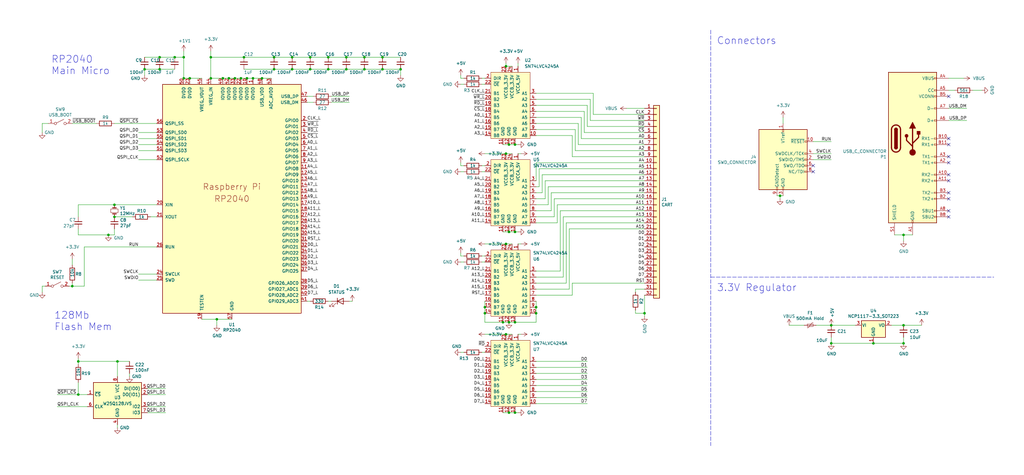
<source format=kicad_sch>
(kicad_sch (version 20211123) (generator eeschema)
  (paper "User" 431.8 200.381)
  (junction (at 138.43 24.13))
  (junction (at 350.52 144.78))
  (junction (at 130.81 29.21))
  (junction (at 99.06 33.02))
  (junction (at 161.29 24.13))
  (junction (at 217.17 173.99))
  (junction (at 77.47 33.02))
  (junction (at 146.05 24.13))
  (junction (at 213.36 102.87))
  (junction (at 91.44 134.62))
  (junction (at 33.02 166.37))
  (junction (at 368.3 144.78))
  (junction (at 67.31 24.13))
  (junction (at 48.26 91.44))
  (junction (at 30.48 120.65))
  (junction (at 204.47 129.54))
  (junction (at 217.17 60.96))
  (junction (at 217.17 97.79))
  (junction (at 48.26 86.36))
  (junction (at 212.09 135.89))
  (junction (at 123.19 29.21))
  (junction (at 153.67 29.21))
  (junction (at 271.78 132.08))
  (junction (at 153.67 24.13))
  (junction (at 67.31 29.21))
  (junction (at 49.53 152.4))
  (junction (at 104.14 33.02))
  (junction (at 213.36 64.77))
  (junction (at 93.98 33.02))
  (junction (at 214.63 173.99))
  (junction (at 88.9 24.13))
  (junction (at 138.43 29.21))
  (junction (at 214.63 97.79))
  (junction (at 213.36 27.94))
  (junction (at 146.05 29.21))
  (junction (at 110.49 33.02))
  (junction (at 106.68 33.02))
  (junction (at 350.52 137.16))
  (junction (at 77.47 24.13))
  (junction (at 73.66 24.13))
  (junction (at 328.93 82.55))
  (junction (at 213.36 140.97))
  (junction (at 214.63 135.89))
  (junction (at 115.57 29.21))
  (junction (at 88.9 33.02))
  (junction (at 60.96 29.21))
  (junction (at 96.52 33.02))
  (junction (at 217.17 135.89))
  (junction (at 168.91 29.21))
  (junction (at 123.19 24.13))
  (junction (at 381 137.16))
  (junction (at 130.81 24.13))
  (junction (at 115.57 24.13))
  (junction (at 226.06 132.08))
  (junction (at 102.87 24.13))
  (junction (at 381 99.06))
  (junction (at 161.29 29.21))
  (junction (at 204.47 132.08))
  (junction (at 80.01 33.02))
  (junction (at 214.63 60.96))
  (junction (at 381 144.78))
  (junction (at 101.6 33.02))
  (junction (at 45.72 99.06))
  (junction (at 226.06 129.54))
  (junction (at 33.02 152.4))
  (no_connect (at 400.05 91.44))
  (no_connect (at 400.05 66.04))
  (no_connect (at 400.05 81.28))
  (no_connect (at 342.9 72.39))
  (no_connect (at 400.05 73.66))
  (no_connect (at 400.05 76.2))
  (no_connect (at 342.9 69.85))
  (no_connect (at 400.05 68.58))
  (no_connect (at 400.05 83.82))
  (no_connect (at 400.05 58.42))
  (no_connect (at 400.05 60.96))
  (no_connect (at 400.05 40.64))
  (no_connect (at 400.05 88.9))
  (wire (pts (xy 226.06 152.4) (xy 247.65 152.4)))
  (wire (pts (xy 350.52 137.16) (xy 360.68 137.16)))
  (wire (pts (xy 234.95 86.36) (xy 234.95 93.98)))
  (polyline (pts (xy 299.72 116.84) (xy 419.1 116.84)))
  (wire (pts (xy 33.02 166.37) (xy 33.02 161.29)))
  (wire (pts (xy 35.56 120.65) (xy 35.56 104.14)))
  (wire (pts (xy 245.11 58.42) (xy 271.78 58.42)))
  (wire (pts (xy 212.09 135.89) (xy 214.63 135.89)))
  (wire (pts (xy 194.31 68.58) (xy 194.31 69.85)))
  (wire (pts (xy 62.23 171.45) (xy 69.85 171.45)))
  (wire (pts (xy 228.6 73.66) (xy 271.78 73.66)))
  (wire (pts (xy 204.47 127) (xy 204.47 129.54)))
  (wire (pts (xy 60.96 29.21) (xy 60.96 31.75)))
  (wire (pts (xy 218.44 64.77) (xy 219.71 64.77)))
  (wire (pts (xy 58.42 115.57) (xy 66.04 115.57)))
  (wire (pts (xy 204.47 132.08) (xy 204.47 135.89)))
  (wire (pts (xy 226.06 170.18) (xy 247.65 170.18)))
  (wire (pts (xy 233.68 83.82) (xy 233.68 91.44)))
  (wire (pts (xy 375.92 137.16) (xy 381 137.16)))
  (wire (pts (xy 226.06 54.61) (xy 242.57 54.61)))
  (wire (pts (xy 58.42 58.42) (xy 66.04 58.42)))
  (wire (pts (xy 381 137.16) (xy 388.62 137.16)))
  (wire (pts (xy 350.52 142.24) (xy 350.52 144.78)))
  (wire (pts (xy 233.68 91.44) (xy 226.06 91.44)))
  (wire (pts (xy 45.72 99.06) (xy 48.26 99.06)))
  (wire (pts (xy 194.31 72.39) (xy 195.58 72.39)))
  (wire (pts (xy 226.06 52.07) (xy 243.84 52.07)))
  (wire (pts (xy 232.41 81.28) (xy 271.78 81.28)))
  (wire (pts (xy 67.31 29.21) (xy 73.66 29.21)))
  (wire (pts (xy 228.6 81.28) (xy 226.06 81.28)))
  (wire (pts (xy 60.96 29.21) (xy 67.31 29.21)))
  (wire (pts (xy 350.52 59.69) (xy 342.9 59.69)))
  (wire (pts (xy 104.14 33.02) (xy 106.68 33.02)))
  (wire (pts (xy 328.93 82.55) (xy 328.93 83.82)))
  (wire (pts (xy 247.65 53.34) (xy 247.65 44.45)))
  (wire (pts (xy 91.44 134.62) (xy 85.09 134.62)))
  (wire (pts (xy 218.44 140.97) (xy 219.71 140.97)))
  (wire (pts (xy 410.21 38.1) (xy 414.02 38.1)))
  (wire (pts (xy 33.02 152.4) (xy 33.02 153.67)))
  (wire (pts (xy 240.03 96.52) (xy 240.03 121.92)))
  (wire (pts (xy 227.33 71.12) (xy 271.78 71.12)))
  (wire (pts (xy 204.47 140.97) (xy 213.36 140.97)))
  (wire (pts (xy 77.47 33.02) (xy 80.01 33.02)))
  (wire (pts (xy 236.22 114.3) (xy 226.06 114.3)))
  (wire (pts (xy 217.17 60.96) (xy 218.44 60.96)))
  (wire (pts (xy 146.05 29.21) (xy 153.67 29.21)))
  (wire (pts (xy 88.9 33.02) (xy 93.98 33.02)))
  (wire (pts (xy 214.63 135.89) (xy 217.17 135.89)))
  (wire (pts (xy 102.87 29.21) (xy 115.57 29.21)))
  (wire (pts (xy 213.36 140.97) (xy 215.9 140.97)))
  (wire (pts (xy 17.78 120.65) (xy 17.78 123.19)))
  (wire (pts (xy 33.02 99.06) (xy 45.72 99.06)))
  (wire (pts (xy 204.47 64.77) (xy 213.36 64.77)))
  (wire (pts (xy 88.9 24.13) (xy 88.9 21.59)))
  (wire (pts (xy 106.68 33.02) (xy 110.49 33.02)))
  (wire (pts (xy 237.49 91.44) (xy 237.49 116.84)))
  (wire (pts (xy 267.97 121.92) (xy 267.97 123.19)))
  (wire (pts (xy 203.2 107.95) (xy 204.47 107.95)))
  (wire (pts (xy 233.68 83.82) (xy 271.78 83.82)))
  (wire (pts (xy 226.06 132.08) (xy 226.06 135.89)))
  (wire (pts (xy 203.2 148.59) (xy 204.47 148.59)))
  (wire (pts (xy 130.81 29.21) (xy 138.43 29.21)))
  (wire (pts (xy 30.48 120.65) (xy 29.21 120.65)))
  (wire (pts (xy 102.87 24.13) (xy 88.9 24.13)))
  (wire (pts (xy 400.05 33.02) (xy 406.4 33.02)))
  (wire (pts (xy 63.5 91.44) (xy 66.04 91.44)))
  (wire (pts (xy 194.31 106.68) (xy 194.31 107.95)))
  (wire (pts (xy 241.3 124.46) (xy 226.06 124.46)))
  (wire (pts (xy 271.78 121.92) (xy 267.97 121.92)))
  (wire (pts (xy 93.98 33.02) (xy 96.52 33.02)))
  (wire (pts (xy 77.47 33.02) (xy 77.47 24.13)))
  (wire (pts (xy 194.31 107.95) (xy 195.58 107.95)))
  (wire (pts (xy 226.06 39.37) (xy 250.19 39.37)))
  (wire (pts (xy 250.19 48.26) (xy 271.78 48.26)))
  (wire (pts (xy 33.02 96.52) (xy 33.02 99.06)))
  (wire (pts (xy 231.14 86.36) (xy 226.06 86.36)))
  (wire (pts (xy 110.49 33.02) (xy 114.3 33.02)))
  (wire (pts (xy 33.02 166.37) (xy 24.13 166.37)))
  (wire (pts (xy 242.57 63.5) (xy 271.78 63.5)))
  (wire (pts (xy 129.54 40.64) (xy 132.08 40.64)))
  (wire (pts (xy 213.36 27.94) (xy 215.9 27.94)))
  (wire (pts (xy 342.9 64.77) (xy 350.52 64.77)))
  (wire (pts (xy 344.17 137.16) (xy 350.52 137.16)))
  (wire (pts (xy 194.31 31.75) (xy 194.31 33.02)))
  (wire (pts (xy 228.6 73.66) (xy 228.6 81.28)))
  (wire (pts (xy 246.38 55.88) (xy 246.38 46.99)))
  (wire (pts (xy 204.47 102.87) (xy 213.36 102.87)))
  (wire (pts (xy 80.01 33.02) (xy 85.09 33.02)))
  (wire (pts (xy 204.47 129.54) (xy 204.47 132.08)))
  (wire (pts (xy 226.06 162.56) (xy 247.65 162.56)))
  (wire (pts (xy 194.31 69.85) (xy 195.58 69.85)))
  (wire (pts (xy 381 99.06) (xy 381 101.6)))
  (wire (pts (xy 240.03 121.92) (xy 226.06 121.92)))
  (wire (pts (xy 17.78 52.07) (xy 17.78 55.88)))
  (wire (pts (xy 161.29 24.13) (xy 168.91 24.13)))
  (wire (pts (xy 88.9 24.13) (xy 88.9 33.02)))
  (wire (pts (xy 96.52 33.02) (xy 99.06 33.02)))
  (wire (pts (xy 381 142.24) (xy 381 144.78)))
  (wire (pts (xy 238.76 93.98) (xy 238.76 119.38)))
  (wire (pts (xy 99.06 33.02) (xy 101.6 33.02)))
  (wire (pts (xy 330.2 49.53) (xy 330.2 52.07)))
  (wire (pts (xy 130.81 24.13) (xy 138.43 24.13)))
  (wire (pts (xy 229.87 83.82) (xy 226.06 83.82)))
  (wire (pts (xy 58.42 60.96) (xy 66.04 60.96)))
  (wire (pts (xy 204.47 135.89) (xy 212.09 135.89)))
  (wire (pts (xy 102.87 24.13) (xy 115.57 24.13)))
  (wire (pts (xy 168.91 29.21) (xy 168.91 31.75)))
  (wire (pts (xy 214.63 173.99) (xy 217.17 173.99)))
  (wire (pts (xy 342.9 67.31) (xy 350.52 67.31)))
  (wire (pts (xy 62.23 163.83) (xy 69.85 163.83)))
  (wire (pts (xy 30.48 119.38) (xy 30.48 120.65)))
  (wire (pts (xy 161.29 29.21) (xy 168.91 29.21)))
  (wire (pts (xy 332.74 137.16) (xy 339.09 137.16)))
  (wire (pts (xy 226.06 41.91) (xy 248.92 41.91)))
  (wire (pts (xy 49.53 152.4) (xy 33.02 152.4)))
  (wire (pts (xy 203.2 35.56) (xy 204.47 35.56)))
  (wire (pts (xy 67.31 24.13) (xy 73.66 24.13)))
  (wire (pts (xy 246.38 55.88) (xy 271.78 55.88)))
  (wire (pts (xy 138.43 24.13) (xy 146.05 24.13)))
  (wire (pts (xy 250.19 48.26) (xy 250.19 39.37)))
  (wire (pts (xy 139.7 40.64) (xy 147.32 40.64)))
  (wire (pts (xy 203.2 110.49) (xy 204.47 110.49)))
  (wire (pts (xy 241.3 119.38) (xy 271.78 119.38)))
  (wire (pts (xy 115.57 29.21) (xy 123.19 29.21)))
  (wire (pts (xy 30.48 120.65) (xy 35.56 120.65)))
  (wire (pts (xy 54.61 157.48) (xy 54.61 158.75)))
  (wire (pts (xy 62.23 173.99) (xy 69.85 173.99)))
  (wire (pts (xy 123.19 24.13) (xy 130.81 24.13)))
  (wire (pts (xy 226.06 129.54) (xy 226.06 132.08)))
  (wire (pts (xy 217.17 135.89) (xy 226.06 135.89)))
  (wire (pts (xy 231.14 78.74) (xy 271.78 78.74)))
  (wire (pts (xy 241.3 66.04) (xy 241.3 57.15)))
  (wire (pts (xy 226.06 68.58) (xy 226.06 76.2)))
  (wire (pts (xy 194.31 110.49) (xy 195.58 110.49)))
  (wire (pts (xy 236.22 88.9) (xy 236.22 114.3)))
  (wire (pts (xy 101.6 33.02) (xy 104.14 33.02)))
  (wire (pts (xy 240.03 96.52) (xy 271.78 96.52)))
  (wire (pts (xy 146.05 24.13) (xy 153.67 24.13)))
  (wire (pts (xy 203.2 33.02) (xy 204.47 33.02)))
  (wire (pts (xy 327.66 82.55) (xy 328.93 82.55)))
  (wire (pts (xy 30.48 52.07) (xy 40.64 52.07)))
  (wire (pts (xy 248.92 50.8) (xy 271.78 50.8)))
  (wire (pts (xy 194.31 33.02) (xy 195.58 33.02)))
  (wire (pts (xy 271.78 132.08) (xy 271.78 133.35)))
  (wire (pts (xy 20.32 52.07) (xy 17.78 52.07)))
  (wire (pts (xy 227.33 71.12) (xy 227.33 78.74)))
  (wire (pts (xy 77.47 24.13) (xy 73.66 24.13)))
  (wire (pts (xy 232.41 88.9) (xy 226.06 88.9)))
  (wire (pts (xy 248.92 50.8) (xy 248.92 41.91)))
  (wire (pts (xy 97.79 134.62) (xy 91.44 134.62)))
  (wire (pts (xy 242.57 63.5) (xy 242.57 54.61)))
  (wire (pts (xy 229.87 76.2) (xy 229.87 83.82)))
  (wire (pts (xy 227.33 78.74) (xy 226.06 78.74)))
  (wire (pts (xy 58.42 118.11) (xy 66.04 118.11)))
  (wire (pts (xy 218.44 102.87) (xy 219.71 102.87)))
  (wire (pts (xy 212.09 60.96) (xy 214.63 60.96)))
  (wire (pts (xy 217.17 97.79) (xy 218.44 97.79)))
  (wire (pts (xy 226.06 46.99) (xy 246.38 46.99)))
  (wire (pts (xy 226.06 165.1) (xy 247.65 165.1)))
  (wire (pts (xy 123.19 29.21) (xy 130.81 29.21)))
  (wire (pts (xy 214.63 60.96) (xy 217.17 60.96)))
  (wire (pts (xy 115.57 24.13) (xy 123.19 24.13)))
  (wire (pts (xy 194.31 148.59) (xy 195.58 148.59)))
  (wire (pts (xy 407.67 45.72) (xy 400.05 45.72)))
  (wire (pts (xy 30.48 109.22) (xy 30.48 111.76)))
  (wire (pts (xy 237.49 91.44) (xy 271.78 91.44)))
  (wire (pts (xy 48.26 99.06) (xy 48.26 96.52)))
  (wire (pts (xy 247.65 53.34) (xy 271.78 53.34)))
  (wire (pts (xy 48.26 91.44) (xy 55.88 91.44)))
  (wire (pts (xy 234.95 93.98) (xy 226.06 93.98)))
  (wire (pts (xy 226.06 68.58) (xy 271.78 68.58)))
  (wire (pts (xy 66.04 86.36) (xy 48.26 86.36)))
  (wire (pts (xy 226.06 160.02) (xy 247.65 160.02)))
  (wire (pts (xy 229.87 76.2) (xy 271.78 76.2)))
  (wire (pts (xy 267.97 132.08) (xy 271.78 132.08)))
  (wire (pts (xy 217.17 173.99) (xy 218.44 173.99)))
  (wire (pts (xy 264.16 45.72) (xy 271.78 45.72)))
  (wire (pts (xy 49.53 152.4) (xy 54.61 152.4)))
  (wire (pts (xy 58.42 55.88) (xy 66.04 55.88)))
  (wire (pts (xy 226.06 57.15) (xy 241.3 57.15)))
  (wire (pts (xy 203.2 69.85) (xy 204.47 69.85)))
  (wire (pts (xy 231.14 78.74) (xy 231.14 86.36)))
  (wire (pts (xy 213.36 102.87) (xy 215.9 102.87)))
  (wire (pts (xy 241.3 66.04) (xy 271.78 66.04)))
  (wire (pts (xy 212.09 173.99) (xy 214.63 173.99)))
  (wire (pts (xy 66.04 104.14) (xy 35.56 104.14)))
  (wire (pts (xy 203.2 72.39) (xy 204.47 72.39)))
  (wire (pts (xy 243.84 60.96) (xy 271.78 60.96)))
  (wire (pts (xy 241.3 119.38) (xy 241.3 124.46)))
  (wire (pts (xy 245.11 58.42) (xy 245.11 49.53)))
  (wire (pts (xy 33.02 86.36) (xy 48.26 86.36)))
  (wire (pts (xy 212.09 97.79) (xy 214.63 97.79)))
  (wire (pts (xy 213.36 26.67) (xy 213.36 27.94)))
  (wire (pts (xy 236.22 88.9) (xy 271.78 88.9)))
  (wire (pts (xy 226.06 44.45) (xy 247.65 44.45)))
  (wire (pts (xy 33.02 86.36) (xy 33.02 91.44)))
  (wire (pts (xy 271.78 124.46) (xy 271.78 132.08)))
  (wire (pts (xy 226.06 154.94) (xy 247.65 154.94)))
  (wire (pts (xy 138.43 127) (xy 139.7 127)))
  (wire (pts (xy 247.65 167.64) (xy 226.06 167.64)))
  (wire (pts (xy 214.63 97.79) (xy 217.17 97.79)))
  (wire (pts (xy 58.42 63.5) (xy 66.04 63.5)))
  (wire (pts (xy 232.41 81.28) (xy 232.41 88.9)))
  (wire (pts (xy 147.32 127) (xy 148.59 127)))
  (wire (pts (xy 267.97 130.81) (xy 267.97 132.08)))
  (polyline (pts (xy 299.72 12.7) (xy 299.72 187.96)))
  (wire (pts (xy 226.06 49.53) (xy 245.11 49.53)))
  (wire (pts (xy 234.95 86.36) (xy 271.78 86.36)))
  (wire (pts (xy 153.67 29.21) (xy 161.29 29.21)))
  (wire (pts (xy 139.7 43.18) (xy 147.32 43.18)))
  (wire (pts (xy 384.81 99.06) (xy 381 99.06)))
  (wire (pts (xy 19.05 120.65) (xy 17.78 120.65)))
  (wire (pts (xy 62.23 166.37) (xy 69.85 166.37)))
  (wire (pts (xy 213.36 64.77) (xy 215.9 64.77)))
  (wire (pts (xy 48.26 52.07) (xy 66.04 52.07)))
  (wire (pts (xy 138.43 29.21) (xy 146.05 29.21)))
  (wire (pts (xy 49.53 152.4) (xy 49.53 158.75)))
  (wire (pts (xy 237.49 116.84) (xy 226.06 116.84)))
  (wire (pts (xy 218.44 26.67) (xy 218.44 27.94)))
  (wire (pts (xy 226.06 157.48) (xy 247.65 157.48)))
  (wire (pts (xy 60.96 24.13) (xy 67.31 24.13)))
  (wire (pts (xy 402.59 38.1) (xy 400.05 38.1)))
  (wire (pts (xy 368.3 144.78) (xy 350.52 144.78)))
  (wire (pts (xy 381 99.06) (xy 377.19 99.06)))
  (wire (pts (xy 238.76 119.38) (xy 226.06 119.38)))
  (wire (pts (xy 153.67 24.13) (xy 161.29 24.13)))
  (wire (pts (xy 91.44 137.16) (xy 91.44 134.62)))
  (wire (pts (xy 33.02 166.37) (xy 36.83 166.37)))
  (wire (pts (xy 129.54 43.18) (xy 132.08 43.18)))
  (wire (pts (xy 49.53 179.07) (xy 49.53 180.34)))
  (wire (pts (xy 226.06 127) (xy 226.06 129.54)))
  (wire (pts (xy 238.76 93.98) (xy 271.78 93.98)))
  (wire (pts (xy 58.42 67.31) (xy 66.04 67.31)))
  (wire (pts (xy 194.31 35.56) (xy 195.58 35.56)))
  (wire (pts (xy 243.84 60.96) (xy 243.84 52.07)))
  (wire (pts (xy 33.02 151.13) (xy 33.02 152.4)))
  (wire (pts (xy 129.54 127) (xy 130.81 127)))
  (wire (pts (xy 24.13 171.45) (xy 36.83 171.45)))
  (wire (pts (xy 77.47 21.59) (xy 77.47 24.13)))
  (wire (pts (xy 330.2 82.55) (xy 328.93 82.55)))
  (wire (pts (xy 407.67 50.8) (xy 400.05 50.8)))
  (wire (pts (xy 368.3 144.78) (xy 381 144.78)))
  (text "Connectors" (at 302.26 19.05 0) (effects (font (size 2.9972 2.9972)) (justify left bottom)))
  (text "3.3V Regulator" (at 302.26 123.19 0) (effects (font (size 2.9972 2.9972)) (justify left bottom)))
  (text "RP2040\nMain Micro" (at 21.59 31.75 0) (effects (font (size 2.9972 2.9972)) (justify left bottom)))
  (text "128Mb\nFlash Mem" (at 22.86 139.7 0) (effects (font (size 2.9972 2.9972)) (justify left bottom)))
  (label "D0" (at 271.78 99.06 180))
  (label "A5_L" (at 129.54 73.66 0))
  (label "A7" (at 271.78 76.2 180))
  (label "D7" (at 271.78 116.84 180))
  (label "QSPI_CLK" (at 58.42 67.31 180))
  (label "~{QSPI_CS}" (at 58.42 52.07 180))
  (label "D5_L" (at 129.54 119.38 0))
  (label "D0_L" (at 129.54 104.14 0))
  (label "CLK" (at 271.78 48.26 180))
  (label "~{WR}" (at 271.78 50.8 180))
  (label "A4" (at 271.78 68.58 180))
  (label "D5" (at 271.78 111.76 180))
  (label "USB_DP" (at 407.67 50.8 180))
  (label "QSPI_D2" (at 69.85 171.45 180))
  (label "A3_L" (at 204.47 57.15 180))
  (label "USB_DP" (at 147.32 40.64 180))
  (label "D1" (at 247.65 154.94 180))
  (label "A14_L" (at 129.54 96.52 0))
  (label "A10_L" (at 129.54 86.36 0))
  (label "RST" (at 271.78 119.38 180))
  (label "A14_L" (at 204.47 119.38 180))
  (label "A9_L" (at 204.47 88.9 180))
  (label "D0" (at 247.65 152.4 180))
  (label "QSPI_D1" (at 69.85 166.37 180))
  (label "A5" (at 271.78 71.12 180))
  (label "~{CS}" (at 271.78 55.88 180))
  (label "CLK_L" (at 129.54 50.8 0))
  (label "D3" (at 271.78 106.68 180))
  (label "~{RD}" (at 204.47 146.05 180))
  (label "RST_L" (at 129.54 101.6 0))
  (label "D6_L" (at 204.47 167.64 180))
  (label "A12_L" (at 129.54 91.44 0))
  (label "A9" (at 271.78 81.28 180))
  (label "D3_L" (at 129.54 111.76 0))
  (label "A0_L" (at 204.47 49.53 180))
  (label "D2" (at 271.78 104.14 180))
  (label "RUN" (at 58.42 104.14 180))
  (label "A0_L" (at 129.54 60.96 0))
  (label "QSPI_D3" (at 69.85 173.99 180))
  (label "A11_L" (at 129.54 88.9 0))
  (label "A7_L" (at 129.54 78.74 0))
  (label "A1" (at 271.78 60.96 180))
  (label "D4_L" (at 129.54 114.3 0))
  (label "USB_DM" (at 147.32 43.18 180))
  (label "A2_L" (at 204.47 54.61 180))
  (label "D4_L" (at 204.47 162.56 180))
  (label "A1_L" (at 129.54 63.5 0))
  (label "A8" (at 271.78 78.74 180))
  (label "D4" (at 271.78 109.22 180))
  (label "~{WR_L}" (at 129.54 53.34 0))
  (label "~{CS_L}" (at 204.47 46.99 180))
  (label "A12" (at 271.78 88.9 180))
  (label "~{WR_L}" (at 204.47 41.91 180))
  (label "A8_L" (at 204.47 86.36 180))
  (label "RST_L" (at 204.47 124.46 180))
  (label "D7_L" (at 204.47 170.18 180))
  (label "CLK_L" (at 204.47 39.37 180))
  (label "A6" (at 271.78 73.66 180))
  (label "A13" (at 271.78 91.44 180))
  (label "A2" (at 271.78 63.5 180))
  (label "SWCLK" (at 58.42 115.57 180))
  (label "QSPI_D0" (at 58.42 55.88 180))
  (label "D5_L" (at 204.47 165.1 180))
  (label "~{CS_L}" (at 129.54 58.42 0))
  (label "A2_L" (at 129.54 66.04 0))
  (label "SWDIO" (at 350.52 67.31 180))
  (label "A15" (at 271.78 96.52 180))
  (label "A3_L" (at 129.54 68.58 0))
  (label "D1" (at 271.78 101.6 180))
  (label "A3" (at 271.78 66.04 180))
  (label "~{USB_BOOT}" (at 30.48 52.07 0))
  (label "A9_L" (at 129.54 83.82 0))
  (label "QSPI_D2" (at 58.42 60.96 180))
  (label "QSPI_CLK" (at 24.13 171.45 0))
  (label "D7" (at 247.65 170.18 180))
  (label "~{RD_L}" (at 204.47 44.45 180))
  (label "SWCLK" (at 350.52 64.77 180))
  (label "A4_L" (at 129.54 71.12 0))
  (label "A1_L" (at 204.47 52.07 180))
  (label "QSPI_D1" (at 58.42 58.42 180))
  (label "A11" (at 271.78 86.36 180))
  (label "D3_L" (at 204.47 160.02 180))
  (label "D4" (at 247.65 162.56 180))
  (label "A6_L" (at 129.54 76.2 0))
  (label "A5_L" (at 204.47 78.74 180))
  (label "A12_L" (at 204.47 114.3 180))
  (label "A4_L" (at 204.47 76.2 180))
  (label "D0_L" (at 204.47 152.4 180))
  (label "A6_L" (at 204.47 81.28 180))
  (label "D2" (at 247.65 157.48 180))
  (label "D2_L" (at 129.54 109.22 0))
  (label "A8_L" (at 129.54 81.28 0))
  (label "D3" (at 247.65 160.02 180))
  (label "D5" (at 247.65 165.1 180))
  (label "A14" (at 271.78 93.98 180))
  (label "D6" (at 271.78 114.3 180))
  (label "A15_L" (at 204.47 121.92 180))
  (label "D6_L" (at 129.54 121.92 0))
  (label "A7_L" (at 204.47 83.82 180))
  (label "A11_L" (at 204.47 93.98 180))
  (label "RUN" (at 350.52 59.69 180))
  (label "D7_L" (at 129.54 124.46 0))
  (label "SWDIO" (at 58.42 118.11 180))
  (label "QSPI_D3" (at 58.42 63.5 180))
  (label "~{RD}" (at 271.78 53.34 180))
  (label "A13_L" (at 129.54 93.98 0))
  (label "D1_L" (at 204.47 154.94 180))
  (label "A13_L" (at 204.47 116.84 180))
  (label "D2_L" (at 204.47 157.48 180))
  (label "~{RD_L}" (at 129.54 55.88 0))
  (label "D6" (at 247.65 167.64 180))
  (label "QSPI_D0" (at 69.85 163.83 180))
  (label "A10" (at 271.78 83.82 180))
  (label "A10_L" (at 204.47 91.44 180))
  (label "A0" (at 271.78 58.42 180))
  (label "D1_L" (at 129.54 106.68 0))
  (label "~{QSPI_CS}" (at 24.13 166.37 0))
  (label "USB_DM" (at 407.67 45.72 180))
  (label "A15_L" (at 129.54 99.06 0))
  (symbol (lib_id "Memory_Flash:W25Q128JVS") (at 49.53 168.91 0) (unit 1)
    (property "Reference" "U3" (at 49.53 167.64 0))
    (property "Value" "W25Q128JVS" (at 49.53 170.18 0))
    (property "Footprint" "Package_SO:SOIC-8_5.23x5.23mm_P1.27mm" (effects hide))
    (property "Datasheet" "http://www.winbond.com/resource-files/w25q128jv_dtr%20revc%2003272018%20plus.pdf" (effects hide))
  )
  (symbol (lib_id "Device:R") (at 33.02 157.48 0) (unit 1)
    (property "Reference" "R19" (at 34.29 157.48 0) (effects (justify left)))
    (property "Value" "10k" (at 33.02 158.75 90) (effects (justify left)))
    (property "Footprint" "Resistor_SMD:R_0402_1005Metric_Pad0.72x0.64mm_HandSolder" (effects hide))
  )
  (symbol (lib_id "Device:R") (at 44.45 52.07 270) (unit 1)
    (property "Reference" "R9" (at 44.45 49.53 90))
    (property "Value" "1k" (at 44.45 52.07 90))
    (property "Footprint" "Resistor_SMD:R_0402_1005Metric_Pad0.72x0.64mm_HandSolder" (effects hide))
  )
  (symbol (lib_id "Device:C_Small") (at 54.61 154.94 0) (unit 1)
    (property "Reference" "C22" (at 56.9468 153.7716 0) (effects (justify left)))
    (property "Value" "100nF" (at 56.9468 156.083 0) (effects (justify left)))
    (property "Footprint" "Capacitor_SMD:C_0402_1005Metric_Pad0.74x0.62mm_HandSolder" (effects hide))
  )
  (symbol (lib_id "power:GND") (at 54.61 158.75 0) (unit 1)
    (property "Reference" "#PWR0104" (effects hide))
    (property "Value" "GND" (at 59.69 158.75 0) (effects (justify right)))
  )
  (symbol (lib_id "power:GND") (at 49.53 180.34 0) (unit 1)
    (property "Reference" "#PWR0105" (effects hide))
    (property "Value" "GND" (at 54.61 180.34 0) (effects (justify right)))
  )
  (symbol (lib_id "power:GND") (at 17.78 55.88 0) (unit 1)
    (property "Reference" "#PWR0106" (effects hide))
    (property "Value" "GND" (at 22.86 55.88 0) (effects (justify right)))
  )
  (symbol (lib_id "Regulator_Linear:NCP1117-3.3_SOT223") (at 368.3 137.16 0) (unit 1)
    (property "Reference" "U4" (at 368.3 131.0132 0))
    (property "Value" "NCP1117-3.3_SOT223" (at 368.3 133.3246 0))
    (property "Footprint" "Package_TO_SOT_SMD:SOT-223-3_TabPin2" (effects hide))
    (property "Datasheet" "http://www.onsemi.com/pub_link/Collateral/NCP1117-D.PDF" (effects hide))
  )
  (symbol (lib_id "Device:C_Small") (at 350.52 139.7 0) (unit 1)
    (property "Reference" "C21" (at 353.06 139.7 0) (effects (justify left)))
    (property "Value" "10uF" (at 344.17 143.51 0) (effects (justify left)))
    (property "Footprint" "Capacitor_SMD:C_1206_3216Metric_Pad1.33x1.80mm_HandSolder" (effects hide))
  )
  (symbol (lib_id "power:GND") (at 350.52 144.78 0) (unit 1)
    (property "Reference" "#PWR0145" (effects hide))
    (property "Value" "GND" (at 350.647 149.1742 0))
  )
  (symbol (lib_id "Device:C_Small") (at 381 139.7 0) (unit 1)
    (property "Reference" "C23" (at 383.54 139.7 0) (effects (justify left)))
    (property "Value" "10uF" (at 383.54 142.24 0) (effects (justify left)))
    (property "Footprint" "Capacitor_SMD:C_1206_3216Metric_Pad1.33x1.80mm_HandSolder" (effects hide))
  )
  (symbol (lib_id "power:GND") (at 381 144.78 0) (unit 1)
    (property "Reference" "#PWR0146" (effects hide))
    (property "Value" "GND" (at 381.127 149.1742 0))
  )
  (symbol (lib_id "Device:Crystal_Small") (at 48.26 88.9 90) (unit 1)
    (property "Reference" "Y1" (at 50.4952 87.7316 90) (effects (justify right)))
    (property "Value" "12MHz" (at 50.4952 90.043 90) (effects (justify right)))
    (property "Footprint" "Crystal:Crystal_HC52-8mm_Vertical" (effects hide))
  )
  (symbol (lib_id "Device:Polyfuse_Small") (at 341.63 137.16 270) (unit 1)
    (property "Reference" "F1" (at 341.63 131.953 90))
    (property "Value" "500mA Hold" (at 341.63 134.2644 90))
    (property "Footprint" "Fuse:Fuse_1206_3216Metric_Pad1.42x1.75mm_HandSolder" (effects hide))
  )
  (symbol (lib_id "Device:R") (at 59.69 91.44 90) (unit 1)
    (property "Reference" "R10" (at 59.69 88.9 90))
    (property "Value" "1k" (at 59.69 91.44 90))
    (property "Footprint" "Resistor_SMD:R_0402_1005Metric_Pad0.72x0.64mm_HandSolder" (effects hide))
  )
  (symbol (lib_id "Device:C_Small") (at 48.26 93.98 0) (unit 1)
    (property "Reference" "C8" (at 50.5968 92.8116 0) (effects (justify left)))
    (property "Value" "27pF" (at 50.5968 95.123 0) (effects (justify left)))
    (property "Footprint" "Capacitor_SMD:C_0402_1005Metric_Pad0.74x0.62mm_HandSolder" (effects hide))
  )
  (symbol (lib_id "Device:C_Small") (at 33.02 93.98 0) (unit 1)
    (property "Reference" "C7" (at 29.21 92.71 0) (effects (justify left)))
    (property "Value" "27pF" (at 26.67 95.25 0) (effects (justify left)))
    (property "Footprint" "Capacitor_SMD:C_0402_1005Metric_Pad0.74x0.62mm_HandSolder" (effects hide))
  )
  (symbol (lib_id "power:GND") (at 45.72 99.06 0) (unit 1)
    (property "Reference" "#PWR0107" (effects hide))
    (property "Value" "GND" (at 52.07 100.33 0) (effects (justify right)))
  )
  (symbol (lib_id "Device:R") (at 135.89 40.64 270) (unit 1)
    (property "Reference" "R11" (at 135.89 38.1 90))
    (property "Value" "27" (at 135.89 40.64 90))
    (property "Footprint" "Resistor_SMD:R_0603_1608Metric_Pad0.98x0.95mm_HandSolder" (effects hide))
  )
  (symbol (lib_id "Device:R") (at 135.89 43.18 270) (unit 1)
    (property "Reference" "R12" (at 135.89 45.72 90))
    (property "Value" "27" (at 135.89 43.18 90))
    (property "Footprint" "Resistor_SMD:R_0603_1608Metric_Pad0.98x0.95mm_HandSolder" (effects hide))
  )
  (symbol (lib_id "Connector:Conn_ARM_JTAG_SWD_10") (at 330.2 67.31 0) (unit 1)
    (property "Reference" "J4" (at 318.9478 66.1416 0) (effects (justify right)))
    (property "Value" "SWD_CONNECTOR" (at 318.9478 68.453 0) (effects (justify right)))
    (property "Footprint" "Connector_PinHeader_1.27mm:PinHeader_2x05_P1.27mm_Vertical_SMD" (effects hide))
    (property "Datasheet" "http://infocenter.arm.com/help/topic/com.arm.doc.ddi0314h/DDI0314H_coresight_components_trm.pdf" (effects hide))
  )
  (symbol (lib_id "power:GND") (at 328.93 83.82 0) (unit 1)
    (property "Reference" "#PWR0109" (effects hide))
    (property "Value" "GND" (at 335.28 85.09 0) (effects (justify right)))
  )
  (symbol (lib_id "Switch:SW_SPST") (at 25.4 52.07 0) (unit 1)
    (property "Reference" "SW9" (at 25.4 46.101 0))
    (property "Value" "USB_BOOT" (at 25.4 48.4124 0))
    (property "Footprint" "Button_Switch_SMD:SW_SPST_EVPBF" (effects hide))
  )
  (symbol (lib_id "power:GND") (at 17.78 123.19 0) (unit 1)
    (property "Reference" "#PWR0112" (effects hide))
    (property "Value" "GND" (at 16.51 124.46 0) (effects (justify right)))
  )
  (symbol (lib_id "Switch:SW_SPST") (at 24.13 120.65 0) (unit 1)
    (property "Reference" "SW7" (at 24.13 114.681 0))
    (property "Value" "RESET" (at 24.13 116.9924 0))
    (property "Footprint" "Button_Switch_SMD:SW_SPST_EVPBF" (effects hide))
  )
  (symbol (lib_id "Device:R") (at 30.48 115.57 0) (unit 1)
    (property "Reference" "R8" (at 31.75 115.57 0) (effects (justify left)))
    (property "Value" "10k" (at 30.48 116.84 90) (effects (justify left)))
    (property "Footprint" "Resistor_SMD:R_0402_1005Metric_Pad0.72x0.64mm_HandSolder" (effects hide))
  )
  (symbol (lib_id "power:GND") (at 91.44 137.16 0) (unit 1)
    (property "Reference" "#PWR0114" (effects hide))
    (property "Value" "GND" (at 91.567 141.5542 0))
  )
  (symbol (lib_id "Device:C_Small") (at 115.57 26.67 0) (unit 1)
    (property "Reference" "C13" (at 114.3 22.86 0) (effects (justify left)))
    (property "Value" "100nF" (at 109.22 30.48 0) (effects (justify left)))
    (property "Footprint" "Capacitor_SMD:C_0402_1005Metric_Pad0.74x0.62mm_HandSolder" (effects hide))
  )
  (symbol (lib_id "Device:C_Small") (at 123.19 26.67 0) (unit 1)
    (property "Reference" "C14" (at 121.92 22.86 0) (effects (justify left)))
    (property "Value" "100nF" (at 116.84 30.48 0) (effects (justify left)))
    (property "Footprint" "Capacitor_SMD:C_0402_1005Metric_Pad0.74x0.62mm_HandSolder" (effects hide))
  )
  (symbol (lib_id "Device:C_Small") (at 130.81 26.67 0) (unit 1)
    (property "Reference" "C15" (at 129.54 22.86 0) (effects (justify left)))
    (property "Value" "100nF" (at 124.46 30.48 0) (effects (justify left)))
    (property "Footprint" "Capacitor_SMD:C_0402_1005Metric_Pad0.74x0.62mm_HandSolder" (effects hide))
  )
  (symbol (lib_id "Device:C_Small") (at 138.43 26.67 0) (unit 1)
    (property "Reference" "C16" (at 137.16 22.86 0) (effects (justify left)))
    (property "Value" "100nF" (at 132.08 30.48 0) (effects (justify left)))
    (property "Footprint" "Capacitor_SMD:C_0402_1005Metric_Pad0.74x0.62mm_HandSolder" (effects hide))
  )
  (symbol (lib_id "Device:C_Small") (at 146.05 26.67 0) (unit 1)
    (property "Reference" "C17" (at 144.78 22.86 0) (effects (justify left)))
    (property "Value" "100nF" (at 139.7 30.48 0) (effects (justify left)))
    (property "Footprint" "Capacitor_SMD:C_0402_1005Metric_Pad0.74x0.62mm_HandSolder" (effects hide))
  )
  (symbol (lib_id "Device:C_Small") (at 153.67 26.67 0) (unit 1)
    (property "Reference" "C18" (at 152.4 22.86 0) (effects (justify left)))
    (property "Value" "100nF" (at 147.32 30.48 0) (effects (justify left)))
    (property "Footprint" "Capacitor_SMD:C_0402_1005Metric_Pad0.74x0.62mm_HandSolder" (effects hide))
  )
  (symbol (lib_id "Device:C_Small") (at 102.87 26.67 0) (unit 1)
    (property "Reference" "C12" (at 102.87 22.86 0) (effects (justify left)))
    (property "Value" "1uF" (at 102.87 30.48 0) (effects (justify left)))
    (property "Footprint" "Capacitor_SMD:C_0805_2012Metric_Pad1.18x1.45mm_HandSolder" (effects hide))
  )
  (symbol (lib_id "power:GND") (at 60.96 31.75 0) (unit 1)
    (property "Reference" "#PWR0119" (effects hide))
    (property "Value" "GND" (at 57.15 33.02 0))
  )
  (symbol (lib_id "gbpunk:RP2040") (at 97.79 83.82 0) (unit 1)
    (property "Reference" "U1" (at 97.79 136.8806 0))
    (property "Value" "RP2040" (at 97.79 139.192 0))
    (property "Footprint" "gbpunk:RP2040-QFN-56" (effects hide))
  )
  (symbol (lib_id "Device:C_Small") (at 60.96 26.67 0) (unit 1)
    (property "Reference" "C9" (at 57.15 25.4 0) (effects (justify left)))
    (property "Value" "100nF" (at 54.61 30.48 0) (effects (justify left)))
    (property "Footprint" "Capacitor_SMD:C_0402_1005Metric_Pad0.74x0.62mm_HandSolder" (effects hide))
  )
  (symbol (lib_id "Device:C_Small") (at 67.31 26.67 0) (unit 1)
    (property "Reference" "C10" (at 63.5 25.4 0) (effects (justify left)))
    (property "Value" "100nF" (at 62.23 30.48 0) (effects (justify left)))
    (property "Footprint" "Capacitor_SMD:C_0402_1005Metric_Pad0.74x0.62mm_HandSolder" (effects hide))
  )
  (symbol (lib_id "Device:C_Small") (at 73.66 26.67 0) (unit 1)
    (property "Reference" "C11" (at 69.85 25.4 0) (effects (justify left)))
    (property "Value" "1uF" (at 69.85 30.48 0) (effects (justify left)))
    (property "Footprint" "Capacitor_SMD:C_0805_2012Metric_Pad1.18x1.45mm_HandSolder" (effects hide))
  )
  (symbol (lib_id "Connector_Generic:Conn_01x32") (at 276.86 83.82 0) (unit 1)
    (property "Reference" "J1" (at 278.892 84.0232 0) (effects (justify left)))
    (property "Value" "CART" (at 278.892 86.3346 0) (effects (justify left)))
    (property "Footprint" "gbpunk:GameBoy_Cartridge_1x32_P1.50mm_Edge" (effects hide))
  )
  (symbol (lib_id "power:GND") (at 271.78 133.35 0) (unit 1)
    (property "Reference" "#PWR0102" (effects hide))
    (property "Value" "GND" (at 271.907 136.6012 90) (effects (justify right)))
  )
  (symbol (lib_id "power:+5V") (at 350.52 137.16 0) (unit 1)
    (property "Reference" "#PWR0148" (effects hide))
    (property "Value" "+5V" (at 350.901 133.9088 90) (effects (justify left)))
  )
  (symbol (lib_id "Device:R") (at 267.97 127 180) (unit 1)
    (property "Reference" "R2" (at 270.51 127 90))
    (property "Value" "1k" (at 267.97 127 90))
    (property "Footprint" "Resistor_SMD:R_0603_1608Metric_Pad0.98x0.95mm_HandSolder" (effects hide))
  )
  (symbol (lib_id "Connector:USB_C_Plug") (at 384.81 58.42 0) (unit 1)
    (property "Reference" "P1" (at 373.888 66.1162 0) (effects (justify right)))
    (property "Value" "USB_C_CONNECTOR" (at 373.888 63.8048 0) (effects (justify right)))
    (property "Footprint" "Connector_USB:USB_C_Receptacle_HRO_TYPE-C-31-M-12" (effects hide))
    (property "Datasheet" "https://www.usb.org/sites/default/files/documents/usb_type-c.zip" (effects hide))
  )
  (symbol (lib_id "power:GND") (at 381 101.6 0) (unit 1)
    (property "Reference" "#PWR0136" (effects hide))
    (property "Value" "GND" (at 381.127 105.9942 0))
  )
  (symbol (lib_id "Device:R") (at 406.4 38.1 90) (unit 1)
    (property "Reference" "R18" (at 406.4 40.64 90))
    (property "Value" "56k" (at 406.4 38.1 90))
    (property "Footprint" "Resistor_SMD:R_0402_1005Metric_Pad0.72x0.64mm_HandSolder" (effects hide))
  )
  (symbol (lib_id "power:GND") (at 414.02 38.1 90) (unit 1)
    (property "Reference" "#PWR0137" (effects hide))
    (property "Value" "GND" (at 418.4142 37.973 0))
  )
  (symbol (lib_id "Device:C_Small") (at 161.29 26.67 0) (unit 1)
    (property "Reference" "C19" (at 160.02 22.86 0) (effects (justify left)))
    (property "Value" "100nF" (at 154.94 30.48 0) (effects (justify left)))
    (property "Footprint" "Capacitor_SMD:C_0402_1005Metric_Pad0.74x0.62mm_HandSolder" (effects hide))
  )
  (symbol (lib_id "Device:C_Small") (at 168.91 26.67 0) (unit 1)
    (property "Reference" "C20" (at 167.64 22.86 0) (effects (justify left)))
    (property "Value" "100nF" (at 162.56 30.48 0) (effects (justify left)))
    (property "Footprint" "Capacitor_SMD:C_0402_1005Metric_Pad0.74x0.62mm_HandSolder" (effects hide))
  )
  (symbol (lib_id "power:+1V1") (at 77.47 21.59 0) (unit 1)
    (property "Reference" "#PWR0141" (effects hide))
    (property "Value" "+1V1" (at 77.851 17.1958 0))
  )
  (symbol (lib_id "power:GND") (at 168.91 31.75 0) (unit 1)
    (property "Reference" "#PWR0142" (effects hide))
    (property "Value" "GND" (at 169.037 36.1442 0))
  )
  (symbol (lib_id "Device:R") (at 199.39 72.39 270) (unit 1)
    (property "Reference" "R5" (at 198.12 74.93 90))
    (property "Value" "1k" (at 199.39 72.39 90))
    (property "Footprint" "Resistor_SMD:R_0603_1608Metric_Pad0.98x0.95mm_HandSolder" (effects hide))
  )
  (symbol (lib_id "power:+3.3V") (at 88.9 21.59 0) (unit 1)
    (property "Reference" "#PWR0138" (effects hide))
    (property "Value" "+3.3V" (at 88.9 16.51 0))
  )
  (symbol (lib_id "power:+3.3V") (at 204.47 102.87 90) (unit 1)
    (property "Reference" "#PWR0130" (effects hide))
    (property "Value" "+3.3V" (at 205.74 102.8699 90) (effects (justify right)))
  )
  (symbol (lib_id "power:+5V") (at 219.71 140.97 270) (unit 1)
    (property "Reference" "#PWR0117" (effects hide))
    (property "Value" "+5V" (at 223.52 140.9699 90) (effects (justify left)))
  )
  (symbol (lib_id "power:GND") (at 218.44 173.99 90) (unit 1)
    (property "Reference" "#PWR0111" (effects hide))
    (property "Value" "GND" (at 222.25 173.9899 90) (effects (justify right)))
  )
  (symbol (lib_id "power:GND") (at 194.31 35.56 270) (unit 1)
    (property "Reference" "#PWR0127" (effects hide))
    (property "Value" "GND" (at 186.69 35.56 90) (effects (justify left)))
  )
  (symbol (lib_id "power:GND") (at 214.63 135.89 0) (unit 1)
    (property "Reference" "#PWR0126" (effects hide))
    (property "Value" "GND" (at 210.82 138.43 0))
  )
  (symbol (lib_id "power:+5V") (at 194.31 68.58 0) (unit 1)
    (property "Reference" "#PWR0125" (effects hide))
    (property "Value" "+5V" (at 194.31 63.5 0))
  )
  (symbol (lib_id "power:+5V") (at 218.44 26.67 0) (unit 1)
    (property "Reference" "#PWR0122" (effects hide))
    (property "Value" "+5V" (at 218.44 21.59 0))
  )
  (symbol (lib_id "Device:R") (at 199.39 148.59 270) (unit 1)
    (property "Reference" "R13" (at 195.58 151.13 90))
    (property "Value" "1k" (at 199.39 148.59 90))
    (property "Footprint" "Resistor_SMD:R_0603_1608Metric_Pad0.98x0.95mm_HandSolder" (effects hide))
  )
  (symbol (lib_id "Device:R") (at 199.39 33.02 270) (unit 1)
    (property "Reference" "R1" (at 199.39 30.48 90))
    (property "Value" "1k" (at 199.39 33.02 90))
    (property "Footprint" "Resistor_SMD:R_0603_1608Metric_Pad0.98x0.95mm_HandSolder" (effects hide))
  )
  (symbol (lib_id "power:+3.3V") (at 330.2 49.53 0) (unit 1)
    (property "Reference" "#PWR0103" (effects hide))
    (property "Value" "+3.3V" (at 330.2 44.45 0))
  )
  (symbol (lib_id "Device:R") (at 199.39 110.49 270) (unit 1)
    (property "Reference" "R7" (at 196.85 113.03 90))
    (property "Value" "1k" (at 199.39 110.49 90))
    (property "Footprint" "Resistor_SMD:R_0603_1608Metric_Pad0.98x0.95mm_HandSolder" (effects hide))
  )
  (symbol (lib_id "Device:R") (at 199.39 107.95 270) (unit 1)
    (property "Reference" "R6" (at 199.39 105.41 90))
    (property "Value" "1k" (at 199.39 107.95 90))
    (property "Footprint" "Resistor_SMD:R_0603_1608Metric_Pad0.98x0.95mm_HandSolder" (effects hide))
  )
  (symbol (lib_id "power:VBUS") (at 264.16 45.72 90) (unit 1)
    (property "Reference" "#PWR0120" (effects hide))
    (property "Value" "VBUS" (at 260.35 45.7199 90) (effects (justify left)))
  )
  (symbol (lib_id "power:+3.3V") (at 204.47 140.97 90) (unit 1)
    (property "Reference" "#PWR0116" (effects hide))
    (property "Value" "+3.3V" (at 205.74 140.9699 90) (effects (justify right)))
  )
  (symbol (lib_id "power:+3.3V") (at 148.59 127 0) (unit 1)
    (property "Reference" "#PWR0135" (effects hide))
    (property "Value" "+3.3V" (at 148.59 121.92 0))
  )
  (symbol (lib_id "power:+5V") (at 219.71 102.87 270) (unit 1)
    (property "Reference" "#PWR0132" (effects hide))
    (property "Value" "+5V" (at 223.52 102.8699 90) (effects (justify left)))
  )
  (symbol (lib_id "power:+3.3V") (at 388.62 137.16 0) (unit 1)
    (property "Reference" "#PWR0108" (effects hide))
    (property "Value" "+3.3V" (at 388.62 132.08 0))
  )
  (symbol (lib_id "power:+5V") (at 194.31 31.75 0) (unit 1)
    (property "Reference" "#PWR0128" (effects hide))
    (property "Value" "+5V" (at 194.31 26.67 0))
  )
  (symbol (lib_id "power:GND") (at 194.31 110.49 270) (unit 1)
    (property "Reference" "#PWR0134" (effects hide))
    (property "Value" "GND" (at 186.69 110.49 90) (effects (justify left)))
  )
  (symbol (lib_id "power:GND") (at 194.31 72.39 270) (unit 1)
    (property "Reference" "#PWR0129" (effects hide))
    (property "Value" "GND" (at 186.69 72.39 90) (effects (justify left)))
  )
  (symbol (lib_id "Device:R") (at 199.39 35.56 270) (unit 1)
    (property "Reference" "R3" (at 196.85 38.1 90))
    (property "Value" "1k" (at 199.39 35.56 90))
    (property "Footprint" "Resistor_SMD:R_0603_1608Metric_Pad0.98x0.95mm_HandSolder" (effects hide))
  )
  (symbol (lib_id "power:GND") (at 218.44 97.79 90) (unit 1)
    (property "Reference" "#PWR0133" (effects hide))
    (property "Value" "GND" (at 222.25 97.7899 90) (effects (justify right)))
  )
  (symbol (lib_id "Device:LED") (at 143.51 127 0) (unit 1)
    (property "Reference" "D1" (at 141.9225 120.65 0))
    (property "Value" "STATUS" (at 141.9225 123.19 0))
    (property "Footprint" "LED_SMD:LED_0603_1608Metric_Pad1.05x0.95mm_HandSolder" (effects hide))
  )
  (symbol (lib_id "power:+3.3V") (at 33.02 151.13 0) (unit 1)
    (property "Reference" "#PWR0139" (effects hide))
    (property "Value" "+3.3V" (at 33.02 146.05 0))
  )
  (symbol (lib_id "power:+3.3V") (at 30.48 109.22 0) (unit 1)
    (property "Reference" "#PWR0113" (effects hide))
    (property "Value" "+3.3V" (at 30.48 104.14 0))
  )
  (symbol (lib_id "power:+5V") (at 219.71 64.77 270) (unit 1)
    (property "Reference" "#PWR0123" (effects hide))
    (property "Value" "+5V" (at 223.52 64.7699 90) (effects (justify left)))
  )
  (symbol (lib_id "gbpunk:SN74LVC4245A") (at 215.9 83.82 0) (mirror y) (unit 1)
    (property "Reference" "U5" (at 224.79 67.31 0) (effects (justify right)))
    (property "Value" "SN74LVC4245A" (at 224.79 69.85 0) (effects (justify right)))
    (property "Footprint" "Package_SO:TSSOP-24_4.4x7.8mm_P0.65mm" (effects hide))
  )
  (symbol (lib_id "power:GND") (at 194.31 148.59 270) (unit 1)
    (property "Reference" "#PWR0115" (effects hide))
    (property "Value" "GND" (at 190.5 146.05 90) (effects (justify left)))
  )
  (symbol (lib_id "Device:R") (at 199.39 69.85 270) (unit 1)
    (property "Reference" "R4" (at 199.39 67.31 90))
    (property "Value" "1k" (at 199.39 69.85 90))
    (property "Footprint" "Resistor_SMD:R_0603_1608Metric_Pad0.98x0.95mm_HandSolder" (effects hide))
  )
  (symbol (lib_id "power:GND") (at 218.44 60.96 90) (unit 1)
    (property "Reference" "#PWR0118" (effects hide))
    (property "Value" "GND" (at 222.25 60.9599 90) (effects (justify right)))
  )
  (symbol (lib_id "power:VBUS") (at 406.4 33.02 270) (unit 1)
    (property "Reference" "#PWR0110" (effects hide))
    (property "Value" "VBUS" (at 410.21 33.0199 90) (effects (justify left)))
  )
  (symbol (lib_id "power:+5V") (at 194.31 106.68 0) (unit 1)
    (property "Reference" "#PWR0131" (effects hide))
    (property "Value" "+5V" (at 194.31 101.6 0))
  )
  (symbol (lib_id "power:+3.3V") (at 213.36 26.67 0) (unit 1)
    (property "Reference" "#PWR0121" (effects hide))
    (property "Value" "+3.3V" (at 213.36 21.59 0))
  )
  (symbol (lib_id "Device:R") (at 134.62 127 270) (unit 1)
    (property "Reference" "R14" (at 134.62 129.54 90))
    (property "Value" "330" (at 134.62 127 90))
    (property "Footprint" "Resistor_SMD:R_0603_1608Metric_Pad0.98x0.95mm_HandSolder" (effects hide))
  )
  (symbol (lib_id "gbpunk:SN74LVC4245A") (at 215.9 160.02 0) (mirror y) (unit 1)
    (property "Reference" "U7" (at 224.79 147.32 0) (effects (justify right)))
    (property "Value" "SN74LVC4245A" (at 224.79 144.78 0) (effects (justify right)))
    (property "Footprint" "Package_SO:TSSOP-24_4.4x7.8mm_P0.65mm" (effects hide))
  )
  (symbol (lib_id "power:+3.3V") (at 204.47 64.77 90) (unit 1)
    (property "Reference" "#PWR0124" (effects hide))
    (property "Value" "+3.3V" (at 205.74 64.7699 90) (effects (justify right)))
  )
  (symbol (lib_id "power:VBUS") (at 332.74 137.16 0) (unit 1)
    (property "Reference" "#PWR0101" (effects hide))
    (property "Value" "VBUS" (at 332.74 133.35 0))
  )
  (symbol (lib_id "gbpunk:SN74LVC4245A") (at 215.9 46.99 0) (mirror y) (unit 1)
    (property "Reference" "U2" (at 221.2087 25.4 0) (effects (justify right)))
    (property "Value" "SN74LVC4245A" (at 221.2087 27.94 0) (effects (justify right)))
    (property "Footprint" "Package_SO:TSSOP-24_4.4x7.8mm_P0.65mm" (effects hide))
  )
  (symbol (lib_id "gbpunk:SN74LVC4245A") (at 215.9 121.92 0) (mirror y) (unit 1)
    (property "Reference" "U6" (at 224.79 109.22 0) (effects (justify right)))
    (property "Value" "SN74LVC4245A" (at 224.79 106.68 0) (effects (justify right)))
    (property "Footprint" "Package_SO:TSSOP-24_4.4x7.8mm_P0.65mm" (effects hide))
  )
)
</source>
